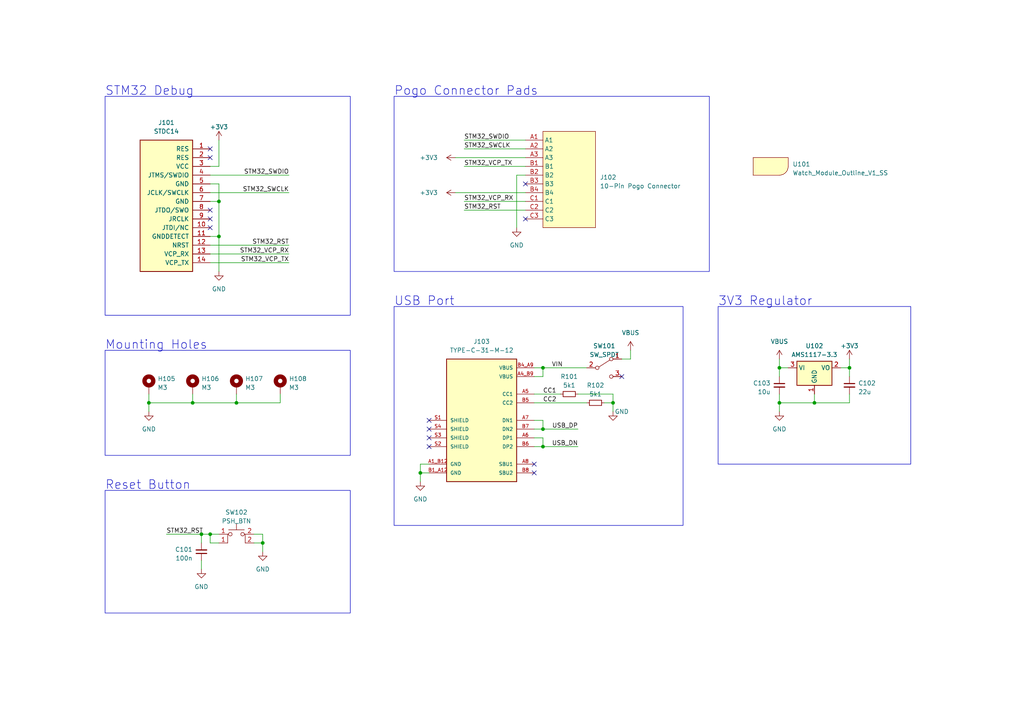
<source format=kicad_sch>
(kicad_sch (version 20230121) (generator eeschema)
  (paper "A4")
  (title_block (title "Module Test Rig") (date "2024-01-02") (rev "1") (comment 1 "Checked by Ben Smith 02/01/24"))
  (lib_symbols
    (symbol "Device:C_Small" (pin_numbers hide) (pin_names (offset 0.254) hide)
      (property "Reference" "C" (at 0.254 1.778 0))
      (property "Value" "C_Small" (at 0.254 -2.032 0))
      (symbol "C_Small_0_1"
        (polyline (pts (xy -1.524 -0.508) (xy 1.524 -0.508)) (stroke (width 0.3302)))
        (polyline (pts (xy -1.524 0.508) (xy 1.524 0.508)) (stroke (width 0.3048)))
      )
      (symbol "C_Small_1_1"
        (pin passive line (at 0 2.54 270) (length 2.032) (name "~") (number "1"))
        (pin passive line (at 0 -2.54 90) (length 2.032) (name "~") (number "2"))
      )
    )
    (symbol "Device:R_Small" (pin_numbers hide) (pin_names (offset 0.254) hide)
      (property "Reference" "R" (at 0.762 0.508 0))
      (property "Value" "R_Small" (at 0.762 -1.016 0))
      (symbol "R_Small_0_1"
        (rectangle (start -0.762 1.778) (end 0.762 -1.778) (stroke (width 0.2032)))
      )
      (symbol "R_Small_1_1"
        (pin passive line (at 0 2.54 270) (length 0.762) (name "~") (number "1"))
        (pin passive line (at 0 -2.54 90) (length 0.762) (name "~") (number "2"))
      )
    )
    (symbol "Mechanical:MountingHole_Pad" (pin_numbers hide) (pin_names (offset 1.016) hide)
      (property "Reference" "H" (at 0 6.35 0))
      (property "Value" "MountingHole_Pad" (at 0 4.445 0))
      (symbol "MountingHole_Pad_0_1"
        (circle (center 0 1.27) (radius 1.27) (stroke (width 1.27)))
      )
      (symbol "MountingHole_Pad_1_1"
        (pin input line (at 0 -2.54 90) (length 2.54) (name "1") (number "1"))
      )
    )
    (symbol "Regulator_Linear:AMS1117-3.3"
      (property "Reference" "U" (at -3.81 3.175 0))
      (property "Value" "AMS1117-3.3" (at 0 3.175 0))
      (symbol "AMS1117-3.3_0_1"
        (rectangle (start -5.08 -5.08) (end 5.08 1.905) (stroke (width 0.254)) (fill (type background)))
      )
      (symbol "AMS1117-3.3_1_1"
        (pin power_in line (at 0 -7.62 90) (length 2.54) (name "GND") (number "1"))
        (pin power_out line (at 7.62 0 180) (length 2.54) (name "VO") (number "2"))
        (pin power_in line (at -7.62 0 0) (length 2.54) (name "VI") (number "3"))
      )
    )
    (symbol "Switch:SW_SPDT" (pin_names (offset 0) hide)
      (property "Reference" "SW" (at 0 4.318 0))
      (property "Value" "SW_SPDT" (at 0 -5.08 0))
      (symbol "SW_SPDT_0_0"
        (circle (center -2.032 0) (radius 0.508))
        (circle (center 2.032 -2.54) (radius 0.508))
      )
      (symbol "SW_SPDT_0_1"
        (polyline (pts (xy -1.524 0.254) (xy 1.651 2.286)))
        (circle (center 2.032 2.54) (radius 0.508))
      )
      (symbol "SW_SPDT_1_1"
        (pin passive line (at 5.08 2.54 180) (length 2.54) (name "A") (number "1"))
        (pin passive line (at -5.08 0 0) (length 2.54) (name "B") (number "2"))
        (pin passive line (at 5.08 -2.54 180) (length 2.54) (name "C") (number "3"))
      )
    )
    (symbol "TYPE-C-31-M-12:TYPE-C-31-M-12" (pin_names (offset 1.016))
      (property "Reference" "J" (at 0 16.51 0))
      (property "Value" "TYPE-C-31-M-12" (at 0 15.24 0))
      (symbol "TYPE-C-31-M-12_0_0"
        (rectangle (start -10.16 12.7) (end 10.16 -22.86) (stroke (width 0.254)) (fill (type background)))
        (pin power_in line (at 15.24 -17.78 180) (length 5.08) (name "GND") (number "A1_B12"))
        (pin power_in line (at -15.24 7.62 0) (length 5.08) (name "VBUS") (number "A4_B9"))
        (pin bidirectional line (at -15.24 2.54 0) (length 5.08) (name "CC1") (number "A5"))
        (pin bidirectional line (at -15.24 -10.16 0) (length 5.08) (name "DP1") (number "A6"))
        (pin bidirectional line (at -15.24 -5.08 0) (length 5.08) (name "DN1") (number "A7"))
        (pin bidirectional line (at -15.24 -17.78 0) (length 5.08) (name "SBU1") (number "A8"))
        (pin power_in line (at 15.24 -20.32 180) (length 5.08) (name "GND") (number "B1_A12"))
        (pin power_in line (at -15.24 10.16 0) (length 5.08) (name "VBUS") (number "B4_A9"))
        (pin bidirectional line (at -15.24 0 0) (length 5.08) (name "CC2") (number "B5"))
        (pin bidirectional line (at -15.24 -12.7 0) (length 5.08) (name "DP2") (number "B6"))
        (pin bidirectional line (at -15.24 -7.62 0) (length 5.08) (name "DN2") (number "B7"))
        (pin bidirectional line (at -15.24 -20.32 0) (length 5.08) (name "SBU2") (number "B8"))
        (pin passive line (at 15.24 -12.7 180) (length 5.08) (name "SHIELD") (number "S2"))
        (pin passive line (at 15.24 -10.16 180) (length 5.08) (name "SHIELD") (number "S3"))
        (pin passive line (at 15.24 -7.62 180) (length 5.08) (name "SHIELD") (number "S4"))
      )
      (symbol "TYPE-C-31-M-12_1_0"
        (pin passive line (at 15.24 -5.08 180) (length 5.08) (name "SHIELD") (number "S1"))
      )
    )
    (symbol "power:+3V3" (power) (pin_names (offset 0))
      (property "Value" "+3V3" (at 0 3.556 0))
      (symbol "+3V3_0_1"
        (polyline (pts (xy -0.762 1.27) (xy 0 2.54)))
        (polyline (pts (xy 0 0) (xy 0 2.54)))
        (polyline (pts (xy 0 2.54) (xy 0.762 1.27)))
      )
      (symbol "+3V3_1_1"
        (pin power_in line (at 0 0 90) (length 0) hide (name "+3V3") (number "1"))
      )
    )
    (symbol "power:GND" (power) (pin_names (offset 0))
      (property "Value" "GND" (at 0 -3.81 0))
      (symbol "GND_0_1"
        (polyline (pts (xy 0 0) (xy 0 -1.27) (xy 1.27 -1.27) (xy 0 -2.54) (xy -1.27 -1.27) (xy 0 -1.27)))
      )
      (symbol "GND_1_1"
        (pin power_in line (at 0 0 270) (length 0) hide (name "GND") (number "1"))
      )
    )
    (symbol "power:VBUS" (power) (pin_names (offset 0))
      (property "Value" "VBUS" (at 0 3.81 0))
      (symbol "VBUS_0_1"
        (polyline (pts (xy -0.762 1.27) (xy 0 2.54)))
        (polyline (pts (xy 0 0) (xy 0 2.54)))
        (polyline (pts (xy 0 2.54) (xy 0.762 1.27)))
      )
      (symbol "VBUS_1_1"
        (pin power_in line (at 0 0 90) (length 0) hide (name "VBUS") (number "1"))
      )
    )
    (symbol "watch_symbols_lib:10-Pin_Pogo_Connector" (in_bom no)
      (property "Reference" "J" (at 0 17.78 0))
      (property "Value" "10-Pin Pogo Connector" (at 0 15.24 0))
      (symbol "10-Pin_Pogo_Connector_0_0"
        (pin passive line (at -12.7 10.16 0) (length 5.08) (name "A1") (number "A1"))
        (pin passive line (at -12.7 7.62 0) (length 5.08) (name "A2") (number "A2"))
        (pin passive line (at -12.7 5.08 0) (length 5.08) (name "A3") (number "A3"))
        (pin passive line (at -12.7 2.54 0) (length 5.08) (name "B1") (number "B1"))
        (pin passive line (at -12.7 0 0) (length 5.08) (name "B2") (number "B2"))
        (pin passive line (at -12.7 -2.54 0) (length 5.08) (name "B3") (number "B3"))
        (pin passive line (at -12.7 -5.08 0) (length 5.08) (name "B4") (number "B4"))
        (pin passive line (at -12.7 -7.62 0) (length 5.08) (name "C1") (number "C1"))
        (pin passive line (at -12.7 -10.16 0) (length 5.08) (name "C2") (number "C2"))
        (pin passive line (at -12.7 -12.7 0) (length 5.08) (name "C3") (number "C3"))
      )
      (symbol "10-Pin_Pogo_Connector_1_1"
        (rectangle (start -7.62 12.7) (end 7.62 -15.24) (fill (type background)))
      )
    )
    (symbol "watch_symbols_lib:PSH_BTN" (pin_names (offset 1.016) hide)
      (property "Reference" "SW" (at -1.27 10.16 0))
      (property "Value" "PSH_BTN" (at 0 6.985 0))
      (symbol "PSH_BTN_0_1"
        (circle (center -1.778 2.54) (radius 0.508))
        (polyline (pts (xy -2.286 3.81) (xy 2.286 3.81)))
        (polyline (pts (xy 0 3.81) (xy 0 5.588)))
        (polyline (pts (xy -2.54 0) (xy -2.54 2.54) (xy -2.286 2.54)))
        (polyline (pts (xy 2.54 0) (xy 2.54 2.54) (xy 2.286 2.54)))
        (circle (center 1.778 2.54) (radius 0.508))
        (pin passive line (at -5.08 0 0) (length 2.54) (name "1") (number "1"))
        (pin passive line (at -5.08 2.54 0) (length 2.54) (name "1") (number "1"))
        (pin passive line (at 5.08 0 180) (length 2.54) (name "2") (number "2"))
        (pin passive line (at 5.08 2.54 180) (length 2.54) (name "2") (number "2"))
      )
    )
    (symbol "watch_symbols_lib:STDC14" (pin_names (offset 1.016))
      (property "Reference" "J" (at 0 22.86 0))
      (property "Value" "STDC14" (at 0 20.32 0))
      (symbol "STDC14_1_1"
        (rectangle (start -7.62 17.78) (end 7.62 -20.32) (stroke (width 0.254)) (fill (type background)))
        (pin passive line (at -12.7 15.24 0) (length 5.08) (name "RES") (number "1"))
        (pin passive line (at -12.7 -7.62 0) (length 5.08) (name "JTDI/NC") (number "10"))
        (pin passive line (at -12.7 -10.16 0) (length 5.08) (name "GNDDETECT") (number "11"))
        (pin passive line (at -12.7 -12.7 0) (length 5.08) (name "NRST") (number "12"))
        (pin passive line (at -12.7 -15.24 0) (length 5.08) (name "VCP_RX") (number "13"))
        (pin passive line (at -12.7 -17.78 0) (length 5.08) (name "VCP_TX") (number "14"))
        (pin passive line (at -12.7 12.7 0) (length 5.08) (name "RES") (number "2"))
        (pin passive line (at -12.7 10.16 0) (length 5.08) (name "VCC") (number "3"))
        (pin passive line (at -12.7 7.62 0) (length 5.08) (name "JTMS/SWDIO") (number "4"))
        (pin passive line (at -12.7 5.08 0) (length 5.08) (name "GND") (number "5"))
        (pin passive line (at -12.7 2.54 0) (length 5.08) (name "JCLK/SWCLK") (number "6"))
        (pin passive line (at -12.7 0 0) (length 5.08) (name "GND") (number "7"))
        (pin passive line (at -12.7 -2.54 0) (length 5.08) (name "JTDO/SWO") (number "8"))
        (pin passive line (at -12.7 -5.08 0) (length 5.08) (name "JRCLK") (number "9"))
      )
    )
    (symbol "watch_symbols_lib:Watch_Module_Outline_V1_SS" (in_bom no)
      (property "Reference" "U" (at 0 7.62 0))
      (property "Value" "Watch_Module_Outline_V1_SS" (at 0 5.08 0))
      (symbol "Watch_Module_Outline_V1_SS_0_1"
        (polyline (pts (xy -5.08 2.54) (xy -5.08 -2.54)))
        (polyline (pts (xy -5.08 2.54) (xy 5.08 2.54)))
        (polyline (pts (xy 5.08 2.54) (xy 5.08 0)))
        (polyline (pts (xy -5.08 -2.54) (xy -2.54 -2.54) (xy 2.54 -2.54)))
      )
      (symbol "Watch_Module_Outline_V1_SS_1_1"
        (rectangle (start -5.08 2.54) (end 2.54 -2.54) (stroke (width -0.0001)) (fill (type background)))
        (arc (start 2.54 -2.54) (mid 4.3361 -1.7961) (end 5.08 0))
        (circle (center 2.54 0) (radius 2.54) (stroke (width -0.0001)) (fill (type background)))
        (rectangle (start 2.54 2.54) (end 5.08 0) (stroke (width -0.0001)) (fill (type background)))
      )
    )
  )
  (junction (at 63.5 68.58))
  (junction (at 246.38 106.68))
  (junction (at 157.48 129.54))
  (junction (at 121.92 137.16))
  (junction (at 60.96 154.94))
  (junction (at 43.18 116.84))
  (junction (at 58.42 154.94))
  (junction (at 236.22 116.84))
  (junction (at 55.88 116.84))
  (junction (at 68.58 116.84))
  (junction (at 226.06 116.84))
  (junction (at 226.06 106.68))
  (junction (at 177.8 116.84))
  (junction (at 63.5 58.42))
  (junction (at 157.48 124.46))
  (junction (at 76.2 157.48))
  (junction (at 157.48 106.68))
  (no_connect (at 60.96 63.5))
  (no_connect (at 152.4 53.34))
  (no_connect (at 124.46 127))
  (no_connect (at 154.94 137.16))
  (no_connect (at 60.96 45.72))
  (no_connect (at 154.94 134.62))
  (no_connect (at 60.96 66.04))
  (no_connect (at 124.46 124.46))
  (no_connect (at 124.46 129.54))
  (no_connect (at 60.96 60.96))
  (no_connect (at 124.46 121.92))
  (no_connect (at 180.34 109.22))
  (no_connect (at 60.96 43.18))
  (no_connect (at 152.4 63.5))
  (wire (pts (xy 134.62 48.26) (xy 152.4 48.26)))
  (wire (pts (xy 76.2 157.48) (xy 76.2 160.02)))
  (wire (pts (xy 236.22 116.84) (xy 246.38 116.84)))
  (wire (pts (xy 60.96 76.2) (xy 83.82 76.2)))
  (wire (pts (xy 58.42 162.56) (xy 58.42 165.1)))
  (wire (pts (xy 154.94 121.92) (xy 157.48 121.92)))
  (wire (pts (xy 63.5 78.74) (xy 63.5 68.58)))
  (wire (pts (xy 154.94 116.84) (xy 170.18 116.84)))
  (wire (pts (xy 246.38 114.3) (xy 246.38 116.84)))
  (wire (pts (xy 157.48 106.68) (xy 157.48 109.22)))
  (wire (pts (xy 48.26 154.94) (xy 58.42 154.94)))
  (wire (pts (xy 175.26 116.84) (xy 177.8 116.84)))
  (wire (pts (xy 154.94 129.54) (xy 157.48 129.54)))
  (wire (pts (xy 121.92 134.62) (xy 121.92 137.16)))
  (wire (pts (xy 226.06 106.68) (xy 226.06 109.22)))
  (wire (pts (xy 157.48 106.68) (xy 170.18 106.68)))
  (wire (pts (xy 63.5 157.48) (xy 60.96 157.48)))
  (wire (pts (xy 226.06 106.68) (xy 228.6 106.68)))
  (wire (pts (xy 132.08 55.88) (xy 152.4 55.88)))
  (wire (pts (xy 60.96 55.88) (xy 83.82 55.88)))
  (wire (pts (xy 121.92 137.16) (xy 124.46 137.16)))
  (wire (pts (xy 63.5 68.58) (xy 63.5 58.42)))
  (wire (pts (xy 60.96 50.8) (xy 83.82 50.8)))
  (wire (pts (xy 134.62 43.18) (xy 152.4 43.18)))
  (wire (pts (xy 226.06 116.84) (xy 236.22 116.84)))
  (wire (pts (xy 60.96 68.58) (xy 63.5 68.58)))
  (wire (pts (xy 157.48 129.54) (xy 167.64 129.54)))
  (wire (pts (xy 134.62 58.42) (xy 152.4 58.42)))
  (wire (pts (xy 60.96 71.12) (xy 83.82 71.12)))
  (wire (pts (xy 167.64 114.3) (xy 177.8 114.3)))
  (wire (pts (xy 236.22 114.3) (xy 236.22 116.84)))
  (wire (pts (xy 43.18 116.84) (xy 43.18 114.3)))
  (wire (pts (xy 226.06 114.3) (xy 226.06 116.84)))
  (wire (pts (xy 177.8 116.84) (xy 177.8 119.38)))
  (wire (pts (xy 55.88 116.84) (xy 55.88 114.3)))
  (wire (pts (xy 132.08 45.72) (xy 152.4 45.72)))
  (wire (pts (xy 73.66 154.94) (xy 76.2 154.94)))
  (wire (pts (xy 60.96 53.34) (xy 63.5 53.34)))
  (wire (pts (xy 63.5 40.64) (xy 63.5 48.26)))
  (wire (pts (xy 60.96 73.66) (xy 83.82 73.66)))
  (wire (pts (xy 154.94 114.3) (xy 162.56 114.3)))
  (wire (pts (xy 43.18 116.84) (xy 43.18 119.38)))
  (wire (pts (xy 177.8 114.3) (xy 177.8 116.84)))
  (wire (pts (xy 154.94 127) (xy 157.48 127)))
  (wire (pts (xy 121.92 137.16) (xy 121.92 139.7)))
  (wire (pts (xy 157.48 129.54) (xy 157.48 127)))
  (wire (pts (xy 63.5 154.94) (xy 60.96 154.94)))
  (wire (pts (xy 43.18 116.84) (xy 55.88 116.84)))
  (wire (pts (xy 157.48 121.92) (xy 157.48 124.46)))
  (wire (pts (xy 154.94 106.68) (xy 157.48 106.68)))
  (wire (pts (xy 182.88 101.6) (xy 182.88 104.14)))
  (wire (pts (xy 149.86 50.8) (xy 152.4 50.8)))
  (wire (pts (xy 243.84 106.68) (xy 246.38 106.68)))
  (wire (pts (xy 60.96 157.48) (xy 60.96 154.94)))
  (wire (pts (xy 246.38 104.14) (xy 246.38 106.68)))
  (wire (pts (xy 226.06 116.84) (xy 226.06 119.38)))
  (wire (pts (xy 154.94 124.46) (xy 157.48 124.46)))
  (wire (pts (xy 124.46 134.62) (xy 121.92 134.62)))
  (wire (pts (xy 60.96 48.26) (xy 63.5 48.26)))
  (wire (pts (xy 63.5 53.34) (xy 63.5 58.42)))
  (wire (pts (xy 134.62 40.64) (xy 152.4 40.64)))
  (wire (pts (xy 134.62 60.96) (xy 152.4 60.96)))
  (wire (pts (xy 76.2 154.94) (xy 76.2 157.48)))
  (wire (pts (xy 226.06 104.14) (xy 226.06 106.68)))
  (wire (pts (xy 58.42 154.94) (xy 58.42 157.48)))
  (wire (pts (xy 55.88 116.84) (xy 68.58 116.84)))
  (wire (pts (xy 63.5 58.42) (xy 60.96 58.42)))
  (wire (pts (xy 58.42 154.94) (xy 60.96 154.94)))
  (wire (pts (xy 73.66 157.48) (xy 76.2 157.48)))
  (wire (pts (xy 68.58 116.84) (xy 68.58 114.3)))
  (wire (pts (xy 149.86 66.04) (xy 149.86 50.8)))
  (wire (pts (xy 154.94 109.22) (xy 157.48 109.22)))
  (wire (pts (xy 180.34 104.14) (xy 182.88 104.14)))
  (wire (pts (xy 68.58 116.84) (xy 81.28 116.84)))
  (wire (pts (xy 246.38 106.68) (xy 246.38 109.22)))
  (wire (pts (xy 157.48 124.46) (xy 167.64 124.46)))
  (wire (pts (xy 81.28 116.84) (xy 81.28 114.3)))
  (rectangle (start 114.3 27.94) (end 205.74 78.74))
  (rectangle (start 114.3 88.9) (end 198.12 152.4))
  (rectangle (start 208.28 88.9) (end 264.16 134.62))
  (rectangle (start 30.48 142.24) (end 101.6 177.8))
  (rectangle (start 30.48 101.6) (end 101.6 132.08))
  (rectangle (start 30.48 27.94) (end 101.6 91.44))
  (text "Mounting Holes" (at 30.48 101.6 0) (effects (font (size 2.54 2.54)) (justify left bottom)))
  (text "STM32 Debug" (at 30.48 27.94 0) (effects (font (size 2.54 2.54)) (justify left bottom)))
  (text "USB Port" (at 114.3 88.9 0) (effects (font (size 2.54 2.54)) (justify left bottom)))
  (text "Reset Button" (at 30.48 142.24 0) (effects (font (size 2.54 2.54)) (justify left bottom)))
  (text "Pogo Connector Pads" (at 114.3 27.94 0) (effects (font (size 2.54 2.54)) (justify left bottom)))
  (text "3V3 Regulator" (at 208.28 88.9 0) (effects (font (size 2.54 2.54)) (justify left bottom)))
  (label "STM32_VCP_TX" (at 134.62 48.26 0))
  (label "STM32_SWCLK" (at 83.82 55.88 180))
  (label "STM32_SWDIO" (at 83.82 50.8 180))
  (label "VIN" (at 160.02 106.68 0))
  (label "CC1" (at 157.48 114.3 0))
  (label "STM32_SWDIO" (at 134.62 40.64 0))
  (label "STM32_VCP_RX" (at 134.62 58.42 0))
  (label "STM32_RST" (at 134.62 60.96 0))
  (label "STM32_VCP_TX" (at 83.82 76.2 180))
  (label "STM32_RST" (at 83.82 71.12 180))
  (label "STM32_VCP_RX" (at 83.82 73.66 180))
  (label "USB_DP" (at 167.64 124.46 180))
  (label "USB_DN" (at 167.64 129.54 180))
  (label "STM32_RST" (at 48.26 154.94 0))
  (label "CC2" (at 157.48 116.84 0))
  (label "STM32_SWCLK" (at 134.62 43.18 0))
  (symbol (lib_id "power:GND") (at 149.86 66.04 0) (unit 1)
    (property "Reference" "#PWR0108" (effects hide))
    (property "Value" "GND" (at 149.86 71.12 0))
  )
  (symbol (lib_id "Device:C_Small") (at 246.38 111.76 0) (unit 1)
    (property "Reference" "C102" (at 248.92 111.1313 0) (effects (justify left)))
    (property "Value" "22u" (at 248.92 113.6713 0) (effects (justify left)))
    (property "Footprint" "Capacitor_SMD:C_0402_1005Metric" (effects hide))
  )
  (symbol (lib_id "Device:R_Small") (at 172.72 116.84 90) (unit 1)
    (property "Reference" "R102" (at 172.72 111.76 90))
    (property "Value" "5k1" (at 172.72 114.3 90))
    (property "Footprint" "Resistor_SMD:R_0402_1005Metric" (effects hide))
  )
  (symbol (lib_id "power:GND") (at 43.18 119.38 0) (unit 1)
    (property "Reference" "#PWR0118" (effects hide))
    (property "Value" "GND" (at 43.18 124.46 0))
  )
  (symbol (lib_id "Switch:SW_SPDT") (at 175.26 106.68 0) (unit 1)
    (property "Reference" "SW101" (at 175.26 100.33 0))
    (property "Value" "SW_SPDT" (at 175.26 102.87 0))
    (property "Footprint" "Connector_PinHeader_2.54mm:PinHeader_1x03_P2.54mm_Vertical" (effects hide))
  )
  (symbol (lib_id "Device:C_Small") (at 226.06 111.76 0) (mirror y) (unit 1)
    (property "Reference" "C103" (at 223.52 111.1313 0) (effects (justify left)))
    (property "Value" "10u" (at 223.52 113.6713 0) (effects (justify left)))
    (property "Footprint" "Capacitor_SMD:C_0402_1005Metric" (effects hide))
  )
  (symbol (lib_id "power:GND") (at 76.2 160.02 0) (unit 1)
    (property "Reference" "#PWR0116" (effects hide))
    (property "Value" "GND" (at 76.2 165.1 0))
  )
  (symbol (lib_id "Mechanical:MountingHole_Pad") (at 81.28 111.76 0) (unit 1)
    (property "Reference" "H108" (at 83.82 109.855 0) (effects (justify left)))
    (property "Value" "M3" (at 83.82 112.395 0) (effects (justify left)))
    (property "Footprint" "MountingHole:MountingHole_3.2mm_M3_DIN965_Pad_TopBottom" (effects hide))
  )
  (symbol (lib_id "Mechanical:MountingHole_Pad") (at 68.58 111.76 0) (unit 1)
    (property "Reference" "H107" (at 71.12 109.855 0) (effects (justify left)))
    (property "Value" "M3" (at 71.12 112.395 0) (effects (justify left)))
    (property "Footprint" "MountingHole:MountingHole_3.2mm_M3_DIN965_Pad_TopBottom" (effects hide))
  )
  (symbol (lib_id "power:GND") (at 63.5 78.74 0) (unit 1)
    (property "Reference" "#PWR0103" (effects hide))
    (property "Value" "GND" (at 63.5 83.82 0))
  )
  (symbol (lib_id "Device:C_Small") (at 58.42 160.02 0) (mirror x) (unit 1)
    (property "Reference" "C101" (at 55.88 159.3786 0) (effects (justify right)))
    (property "Value" "100n" (at 55.88 161.9186 0) (effects (justify right)))
    (property "Footprint" "Capacitor_SMD:C_0402_1005Metric" (effects hide))
  )
  (symbol (lib_id "power:+3V3") (at 132.08 55.88 90) (unit 1)
    (property "Reference" "#PWR0105" (effects hide))
    (property "Value" "+3V3" (at 127 55.88 90) (effects (justify left)))
  )
  (symbol (lib_id "Device:R_Small") (at 165.1 114.3 90) (unit 1)
    (property "Reference" "R101" (at 165.1 109.22 90))
    (property "Value" "5k1" (at 165.1 111.76 90))
    (property "Footprint" "Resistor_SMD:R_0402_1005Metric" (effects hide))
  )
  (symbol (lib_id "TYPE-C-31-M-12:TYPE-C-31-M-12") (at 139.7 116.84 0) (mirror y) (unit 1)
    (property "Reference" "J103" (at 139.7 99.06 0))
    (property "Value" "TYPE-C-31-M-12" (at 139.7 101.6 0))
    (property "Footprint" "watch_footprints:TYPE-C-31-M-12" (effects hide))
    (property "PARTREV" "2020.12.08" (effects hide))
    (property "MANUFACTURER" "HRO Electronics Co., Ltd." (effects hide))
    (property "SNAPEDA_PN" "TYPE-C-31-M-12" (effects hide))
    (property "MAXIMUM_PACKAGE_HEIGHT" "3.26 mm" (effects hide))
    (property "STANDARD" "Manufacturer Recommendations" (effects hide))
  )
  (symbol (lib_id "power:+3V3") (at 246.38 104.14 0) (unit 1)
    (property "Reference" "#PWR0110" (effects hide))
    (property "Value" "+3V3" (at 246.38 100.33 0))
  )
  (symbol (lib_id "power:VBUS") (at 182.88 101.6 0) (unit 1)
    (property "Reference" "#PWR0107" (effects hide))
    (property "Value" "VBUS" (at 182.88 96.52 0))
  )
  (symbol (lib_id "power:GND") (at 226.06 119.38 0) (unit 1)
    (property "Reference" "#PWR0111" (effects hide))
    (property "Value" "GND" (at 226.06 124.46 0))
  )
  (symbol (lib_id "watch_symbols_lib:PSH_BTN") (at 68.58 157.48 0) (unit 1)
    (property "Reference" "SW102" (at 68.58 148.59 0))
    (property "Value" "PSH_BTN" (at 68.58 151.13 0))
    (property "Footprint" "Button_Switch_THT:SW_PUSH_6mm_H5mm" (effects hide))
    (property "Datasheet" "http://www.apem.com/int/index.php?controller=attachment&id_attachment=1371" (effects hide))
  )
  (symbol (lib_id "Mechanical:MountingHole_Pad") (at 55.88 111.76 0) (unit 1)
    (property "Reference" "H106" (at 58.42 109.855 0) (effects (justify left)))
    (property "Value" "M3" (at 58.42 112.395 0) (effects (justify left)))
    (property "Footprint" "MountingHole:MountingHole_3.2mm_M3_DIN965_Pad_TopBottom" (effects hide))
  )
  (symbol (lib_id "power:VBUS") (at 226.06 104.14 0) (unit 1)
    (property "Reference" "#PWR0109" (effects hide))
    (property "Value" "VBUS" (at 226.06 99.06 0))
  )
  (symbol (lib_id "Mechanical:MountingHole_Pad") (at 43.18 111.76 0) (unit 1)
    (property "Reference" "H105" (at 45.72 109.855 0) (effects (justify left)))
    (property "Value" "M3" (at 45.72 112.395 0) (effects (justify left)))
    (property "Footprint" "MountingHole:MountingHole_3.2mm_M3_DIN965_Pad_TopBottom" (effects hide))
  )
  (symbol (lib_id "power:GND") (at 121.92 139.7 0) (unit 1)
    (property "Reference" "#PWR0101" (effects hide))
    (property "Value" "GND" (at 121.92 144.78 0))
  )
  (symbol (lib_id "power:+3V3") (at 132.08 45.72 90) (unit 1)
    (property "Reference" "#PWR0104" (effects hide))
    (property "Value" "+3V3" (at 127 45.72 90) (effects (justify left)))
  )
  (symbol (lib_id "power:GND") (at 58.42 165.1 0) (unit 1)
    (property "Reference" "#PWR0114" (effects hide))
    (property "Value" "GND" (at 58.42 170.18 0))
  )
  (symbol (lib_id "watch_symbols_lib:10-Pin_Pogo_Connector") (at 165.1 50.8 0) (unit 1) (in_bom no)
    (property "Reference" "J102" (at 173.99 51.435 0) (effects (justify left)))
    (property "Value" "10-Pin Pogo Connector" (at 173.99 53.975 0) (effects (justify left)))
    (property "Footprint" "watch_footprints:10-Pin Pogo Connector" (effects hide))
  )
  (symbol (lib_id "Regulator_Linear:AMS1117-3.3") (at 236.22 106.68 0) (unit 1)
    (property "Reference" "U102" (at 236.22 100.33 0))
    (property "Value" "AMS1117-3.3" (at 236.22 102.87 0))
    (property "Footprint" "Package_TO_SOT_SMD:SOT-223-3_TabPin2" (effects hide))
    (property "Datasheet" "http://www.advanced-monolithic.com/pdf/ds1117.pdf" (effects hide))
  )
  (symbol (lib_id "watch_symbols_lib:STDC14") (at 48.26 58.42 0) (mirror y) (unit 1)
    (property "Reference" "J101" (at 48.26 35.56 0))
    (property "Value" "STDC14" (at 48.26 38.1 0))
    (property "Footprint" "watch_footprints:STDC14" (effects hide))
  )
  (symbol (lib_id "power:GND") (at 177.8 119.38 0) (unit 1)
    (property "Reference" "#PWR0106" (effects hide))
    (property "Value" "GND" (at 180.34 119.38 0))
  )
  (symbol (lib_id "power:+3V3") (at 63.5 40.64 0) (unit 1)
    (property "Reference" "#PWR0102" (effects hide))
    (property "Value" "+3V3" (at 63.5 36.83 0))
  )
  (symbol (lib_id "watch_symbols_lib:Watch_Module_Outline_V1_SS") (at 223.52 48.26 0) (unit 1) (in_bom no)
    (property "Reference" "U101" (at 229.87 47.625 0) (effects (justify left)))
    (property "Value" "Watch_Module_Outline_V1_SS" (at 229.87 50.165 0) (effects (justify left)))
    (property "Footprint" "watch_footprints:Watch Module Outline V1 SS" (effects hide))
  )
)
</source>
